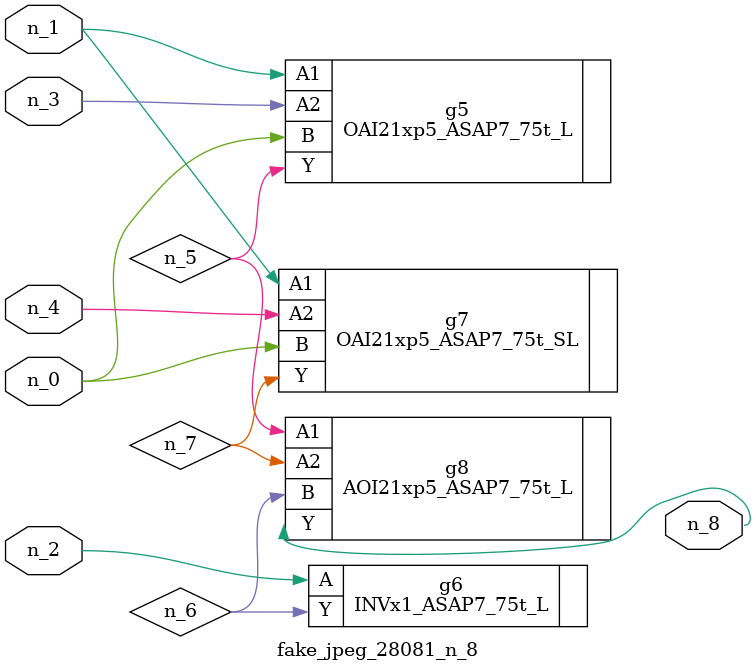
<source format=v>
module fake_jpeg_28081_n_8 (n_3, n_2, n_1, n_0, n_4, n_8);

input n_3;
input n_2;
input n_1;
input n_0;
input n_4;

output n_8;

wire n_6;
wire n_5;
wire n_7;

OAI21xp5_ASAP7_75t_L g5 ( 
.A1(n_1),
.A2(n_3),
.B(n_0),
.Y(n_5)
);

INVx1_ASAP7_75t_L g6 ( 
.A(n_2),
.Y(n_6)
);

OAI21xp5_ASAP7_75t_SL g7 ( 
.A1(n_1),
.A2(n_4),
.B(n_0),
.Y(n_7)
);

AOI21xp5_ASAP7_75t_L g8 ( 
.A1(n_5),
.A2(n_7),
.B(n_6),
.Y(n_8)
);


endmodule
</source>
